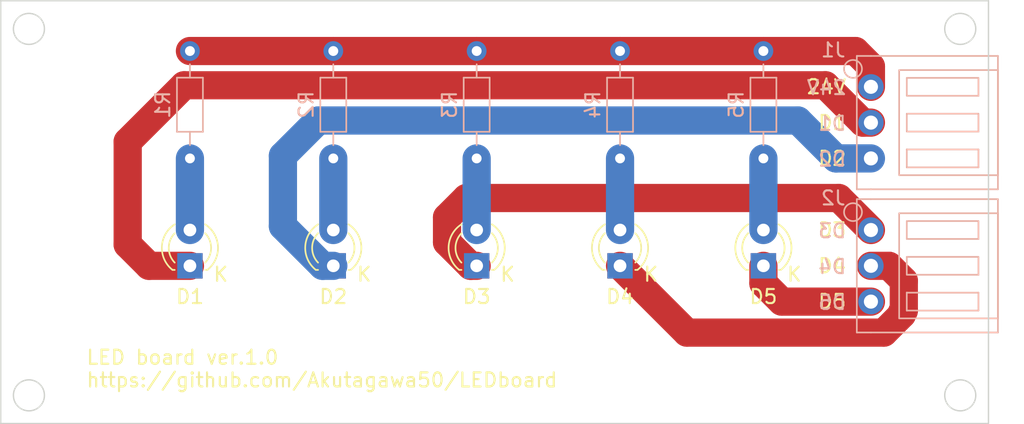
<source format=kicad_pcb>
(kicad_pcb (version 20221018) (generator pcbnew)
  (layers (0 "F.Cu" signal) (31 "B.Cu" signal) (34 "B.Paste" user) (35 "F.Paste" user) (36 "B.SilkS" user "B.Silkscreen") (37 "F.SilkS" user "F.Silkscreen") (38 "B.Mask" user) (39 "F.Mask" user) (44 "Edge.Cuts" user))
  (net 0 "")
  (net 1 "Net-(D1-K)")
  (net 2 "Net-(D1-A)")
  (net 3 "Net-(D2-K)")
  (net 4 "Net-(D2-A)")
  (net 5 "Net-(D3-K)")
  (net 6 "Net-(D3-A)")
  (net 7 "Net-(D4-K)")
  (net 8 "Net-(D4-A)")
  (net 9 "Net-(D5-K)")
  (net 10 "Net-(D5-A)")
  (net 11 "Net-(J1-Pin_1)")
  (footprint "LED_THT:LED_D3.0mm" (layer "F.Cu") (at 117.41 102.81 90)
    (fp_text reference "D1" (at -2.19 0 180) (layer "F.SilkS"))
    (fp_text value "LED")
    (fp_line (start -0.29 -1.236) (end -0.29 -1.08) (stroke (width 0.12)) (layer "F.SilkS"))
    (fp_line (start -0.29 1.08) (end -0.29 1.236) (stroke (width 0.12)) (layer "F.SilkS"))
    (fp_arc (start -0.29 -1.235516) (mid 1.366487 -1.987659) (end 2.942335 -1.078608) (stroke (width 0.12)) (layer "F.SilkS"))
    (fp_arc (start 0.229039 -1.08) (mid 1.270117 -1.5) (end 2.31113 -1.079837) (stroke (width 0.12)) (layer "F.SilkS"))
    (fp_arc (start 2.31113 1.079837) (mid 1.270117 1.5) (end 0.229039 1.08) (stroke (width 0.12)) (layer "F.SilkS"))
    (fp_arc (start 2.942335 1.078608) (mid 1.366487 1.987659) (end -0.29 1.235516) (stroke (width 0.12)) (layer "F.SilkS"))
    (pad "1" thru_hole rect locked (at 0 0 90) (size 1.8 1.8) (drill 0.9) (layers "*.Cu" "*.Mask") (net 1 "Net-(D1-K)"))
    (pad "2" thru_hole circle locked (at 2.54 0 90) (size 1.8 1.8) (drill 0.9) (layers "*.Cu" "*.Mask") (net 2 "Net-(D1-A)"))
  )
  (footprint "LED_THT:LED_D3.0mm" (layer "F.Cu") (at 158.05 102.81 90)
    (fp_text reference "D5" (at -2.19 0 180) (layer "F.SilkS"))
    (fp_text value "LED")
    (fp_line (start -0.29 -1.236) (end -0.29 -1.08) (stroke (width 0.12)) (layer "F.SilkS"))
    (fp_line (start -0.29 1.08) (end -0.29 1.236) (stroke (width 0.12)) (layer "F.SilkS"))
    (fp_arc (start -0.29 -1.235516) (mid 1.366487 -1.987659) (end 2.942335 -1.078608) (stroke (width 0.12)) (layer "F.SilkS"))
    (fp_arc (start 0.229039 -1.08) (mid 1.270117 -1.5) (end 2.31113 -1.079837) (stroke (width 0.12)) (layer "F.SilkS"))
    (fp_arc (start 2.31113 1.079837) (mid 1.270117 1.5) (end 0.229039 1.08) (stroke (width 0.12)) (layer "F.SilkS"))
    (fp_arc (start 2.942335 1.078608) (mid 1.366487 1.987659) (end -0.29 1.235516) (stroke (width 0.12)) (layer "F.SilkS"))
    (pad "1" thru_hole rect locked (at 0 0 90) (size 1.8 1.8) (drill 0.9) (layers "*.Cu" "*.Mask") (net 9 "Net-(D5-K)"))
    (pad "2" thru_hole circle locked (at 2.54 0 90) (size 1.8 1.8) (drill 0.9) (layers "*.Cu" "*.Mask") (net 10 "Net-(D5-A)"))
  )
  (footprint "LED_THT:LED_D3.0mm" (layer "F.Cu") (at 127.57 102.81 90)
    (fp_text reference "D2" (at -2.19 0 180) (layer "F.SilkS"))
    (fp_text value "LED")
    (fp_line (start -0.29 -1.236) (end -0.29 -1.08) (stroke (width 0.12)) (layer "F.SilkS"))
    (fp_line (start -0.29 1.08) (end -0.29 1.236) (stroke (width 0.12)) (layer "F.SilkS"))
    (fp_arc (start -0.29 -1.235516) (mid 1.366487 -1.987659) (end 2.942335 -1.078608) (stroke (width 0.12)) (layer "F.SilkS"))
    (fp_arc (start 0.229039 -1.08) (mid 1.270117 -1.5) (end 2.31113 -1.079837) (stroke (width 0.12)) (layer "F.SilkS"))
    (fp_arc (start 2.31113 1.079837) (mid 1.270117 1.5) (end 0.229039 1.08) (stroke (width 0.12)) (layer "F.SilkS"))
    (fp_arc (start 2.942335 1.078608) (mid 1.366487 1.987659) (end -0.29 1.235516) (stroke (width 0.12)) (layer "F.SilkS"))
    (pad "1" thru_hole rect locked (at 0 0 90) (size 1.8 1.8) (drill 0.9) (layers "*.Cu" "*.Mask") (net 3 "Net-(D2-K)"))
    (pad "2" thru_hole circle locked (at 2.54 0 90) (size 1.8 1.8) (drill 0.9) (layers "*.Cu" "*.Mask") (net 4 "Net-(D2-A)"))
  )
  (footprint "LED_THT:LED_D3.0mm" (layer "F.Cu") (at 137.73 102.81 90)
    (fp_text reference "D3" (at -2.19 0 180) (layer "F.SilkS"))
    (fp_text value "LED")
    (fp_line (start -0.29 -1.236) (end -0.29 -1.08) (stroke (width 0.12)) (layer "F.SilkS"))
    (fp_line (start -0.29 1.08) (end -0.29 1.236) (stroke (width 0.12)) (layer "F.SilkS"))
    (fp_arc (start -0.29 -1.235516) (mid 1.366487 -1.987659) (end 2.942335 -1.078608) (stroke (width 0.12)) (layer "F.SilkS"))
    (fp_arc (start 0.229039 -1.08) (mid 1.270117 -1.5) (end 2.31113 -1.079837) (stroke (width 0.12)) (layer "F.SilkS"))
    (fp_arc (start 2.31113 1.079837) (mid 1.270117 1.5) (end 0.229039 1.08) (stroke (width 0.12)) (layer "F.SilkS"))
    (fp_arc (start 2.942335 1.078608) (mid 1.366487 1.987659) (end -0.29 1.235516) (stroke (width 0.12)) (layer "F.SilkS"))
    (pad "1" thru_hole rect locked (at 0 0 90) (size 1.8 1.8) (drill 0.9) (layers "*.Cu" "*.Mask") (net 5 "Net-(D3-K)"))
    (pad "2" thru_hole circle locked (at 2.54 0 90) (size 1.8 1.8) (drill 0.9) (layers "*.Cu" "*.Mask") (net 6 "Net-(D3-A)"))
  )
  (footprint "LED_THT:LED_D3.0mm" (layer "F.Cu") (at 147.89 102.81 90)
    (fp_text reference "D4" (at -2.19 0 180) (layer "F.SilkS"))
    (fp_text value "LED")
    (fp_line (start -0.29 -1.236) (end -0.29 -1.08) (stroke (width 0.12)) (layer "F.SilkS"))
    (fp_line (start -0.29 1.08) (end -0.29 1.236) (stroke (width 0.12)) (layer "F.SilkS"))
    (fp_arc (start -0.29 -1.235516) (mid 1.366487 -1.987659) (end 2.942335 -1.078608) (stroke (width 0.12)) (layer "F.SilkS"))
    (fp_arc (start 0.229039 -1.08) (mid 1.270117 -1.5) (end 2.31113 -1.079837) (stroke (width 0.12)) (layer "F.SilkS"))
    (fp_arc (start 2.31113 1.079837) (mid 1.270117 1.5) (end 0.229039 1.08) (stroke (width 0.12)) (layer "F.SilkS"))
    (fp_arc (start 2.942335 1.078608) (mid 1.366487 1.987659) (end -0.29 1.235516) (stroke (width 0.12)) (layer "F.SilkS"))
    (pad "1" thru_hole rect locked (at 0 0 90) (size 1.8 1.8) (drill 0.9) (layers "*.Cu" "*.Mask") (net 7 "Net-(D4-K)"))
    (pad "2" thru_hole circle locked (at 2.54 0 90) (size 1.8 1.8) (drill 0.9) (layers "*.Cu" "*.Mask") (net 8 "Net-(D4-A)"))
  )
  (footprint "my_parts_lib:EuroBlock_receptacle_2.54_3p" (layer "B.Cu") (at 165.67 102.81 90)
    (fp_text reference "J2" (at 4.81 -2.67 unlocked) (layer "B.SilkS") (effects (justify mirror)))
    (fp_text value "Conn_01x03")
    (fp_line (start -4.73 -1) (end -4.73 0) (stroke (width 0.12)) (layer "B.SilkS"))
    (fp_line (start -4.73 0) (end -4.73 9) (stroke (width 0.12)) (layer "B.SilkS"))
    (fp_line (start -4.73 9) (end 4.73 9) (stroke (width 0.12)) (layer "B.SilkS"))
    (fp_line (start -3.175 2.54) (end -3.175 7.62) (stroke (width 0.12)) (layer "B.SilkS"))
    (fp_line (start -3.175 7.62) (end -1.905 7.62) (stroke (width 0.12)) (layer "B.SilkS"))
    (fp_line (start -1.905 2.54) (end -3.175 2.54) (stroke (width 0.12)) (layer "B.SilkS"))
    (fp_line (start -1.905 2.54) (end -1.905 2.54) (stroke (width 0.12)) (layer "B.SilkS"))
    (fp_line (start -1.905 7.62) (end -1.905 2.54) (stroke (width 0.12)) (layer "B.SilkS"))
    (fp_line (start 4.73 -1) (end -4.73 -1) (stroke (width 0.12)) (layer "B.SilkS"))
    (fp_line (start 4.73 -1) (end 4.73 0) (stroke (width 0.12)) (layer "B.SilkS"))
    (fp_line (start 4.73 9) (end 4.73 0) (stroke (width 0.12)) (layer "B.SilkS"))
    (fp_rect (start -3.73 9) (end 3.73 2) (stroke (width 0.12)) (fill none) (layer "B.SilkS"))
    (fp_rect (start -0.635 7.62) (end 0.635 2.54) (stroke (width 0.12)) (fill none) (layer "B.SilkS"))
    (fp_rect (start 1.905 7.62) (end 3.175 2.54) (stroke (width 0.12)) (fill none) (layer "B.SilkS"))
    (fp_circle (center 3.81 -1.27) (end 4.445 -1.27) (stroke (width 0.12)) (fill none) (layer "B.SilkS"))
    (pad "1" thru_hole circle locked (at 2.54 0 90) (size 1.8 1.8) (drill 1) (layers "*.Cu" "*.Mask") (net 5 "Net-(D3-K)"))
    (pad "2" thru_hole circle locked (at 0 0 90) (size 1.8 1.8) (drill 1) (layers "*.Cu" "*.Mask") (net 7 "Net-(D4-K)"))
    (pad "3" thru_hole circle locked (at -2.54 0 90) (size 1.8 1.8) (drill 1) (layers "*.Cu" "*.Mask") (net 9 "Net-(D5-K)"))
  )
  (footprint "Resistor_THT:R_Axial_DIN0204_L3.6mm_D1.6mm_P7.62mm_Horizontal" (layer "B.Cu") (at 147.89 87.57 -90)
    (fp_text reference "R4" (at 3.81 1.92 90) (layer "B.SilkS") (effects (justify mirror)))
    (fp_text value "2.2K")
    (fp_line (start 0.94 0) (end 1.89 0) (stroke (width 0.12)) (layer "B.SilkS"))
    (fp_line (start 1.89 -0.92) (end 5.73 -0.92) (stroke (width 0.12)) (layer "B.SilkS"))
    (fp_line (start 1.89 0.92) (end 1.89 -0.92) (stroke (width 0.12)) (layer "B.SilkS"))
    (fp_line (start 5.73 -0.92) (end 5.73 0.92) (stroke (width 0.12)) (layer "B.SilkS"))
    (fp_line (start 5.73 0.92) (end 1.89 0.92) (stroke (width 0.12)) (layer "B.SilkS"))
    (fp_line (start 6.68 0) (end 5.73 0) (stroke (width 0.12)) (layer "B.SilkS"))
    (pad "1" thru_hole circle locked (at 0 0 270) (size 1.4 1.4) (drill 0.7) (layers "*.Cu" "*.Mask") (net 11 "Net-(J1-Pin_1)"))
    (pad "2" thru_hole oval locked (at 7.62 0 270) (size 1.4 1.4) (drill 0.7) (layers "*.Cu" "*.Mask") (net 8 "Net-(D4-A)"))
  )
  (footprint "Resistor_THT:R_Axial_DIN0204_L3.6mm_D1.6mm_P7.62mm_Horizontal" (layer "B.Cu") (at 127.57 87.57 -90)
    (fp_text reference "R2" (at 3.81 1.92 90) (layer "B.SilkS") (effects (justify mirror)))
    (fp_text value "2.2K")
    (fp_line (start 0.94 0) (end 1.89 0) (stroke (width 0.12)) (layer "B.SilkS"))
    (fp_line (start 1.89 -0.92) (end 5.73 -0.92) (stroke (width 0.12)) (layer "B.SilkS"))
    (fp_line (start 1.89 0.92) (end 1.89 -0.92) (stroke (width 0.12)) (layer "B.SilkS"))
    (fp_line (start 5.73 -0.92) (end 5.73 0.92) (stroke (width 0.12)) (layer "B.SilkS"))
    (fp_line (start 5.73 0.92) (end 1.89 0.92) (stroke (width 0.12)) (layer "B.SilkS"))
    (fp_line (start 6.68 0) (end 5.73 0) (stroke (width 0.12)) (layer "B.SilkS"))
    (pad "1" thru_hole circle locked (at 0 0 270) (size 1.4 1.4) (drill 0.7) (layers "*.Cu" "*.Mask") (net 11 "Net-(J1-Pin_1)"))
    (pad "2" thru_hole oval locked (at 7.62 0 270) (size 1.4 1.4) (drill 0.7) (layers "*.Cu" "*.Mask") (net 4 "Net-(D2-A)"))
  )
  (footprint "Resistor_THT:R_Axial_DIN0204_L3.6mm_D1.6mm_P7.62mm_Horizontal" (layer "B.Cu") (at 158.05 87.57 -90)
    (fp_text reference "R5" (at 3.81 1.92 90) (layer "B.SilkS") (effects (justify mirror)))
    (fp_text value "2.2K")
    (fp_line (start 0.94 0) (end 1.89 0) (stroke (width 0.12)) (layer "B.SilkS"))
    (fp_line (start 1.89 -0.92) (end 5.73 -0.92) (stroke (width 0.12)) (layer "B.SilkS"))
    (fp_line (start 1.89 0.92) (end 1.89 -0.92) (stroke (width 0.12)) (layer "B.SilkS"))
    (fp_line (start 5.73 -0.92) (end 5.73 0.92) (stroke (width 0.12)) (layer "B.SilkS"))
    (fp_line (start 5.73 0.92) (end 1.89 0.92) (stroke (width 0.12)) (layer "B.SilkS"))
    (fp_line (start 6.68 0) (end 5.73 0) (stroke (width 0.12)) (layer "B.SilkS"))
    (pad "1" thru_hole circle locked (at 0 0 270) (size 1.4 1.4) (drill 0.7) (layers "*.Cu" "*.Mask") (net 11 "Net-(J1-Pin_1)"))
    (pad "2" thru_hole oval locked (at 7.62 0 270) (size 1.4 1.4) (drill 0.7) (layers "*.Cu" "*.Mask") (net 10 "Net-(D5-A)"))
  )
  (footprint "Resistor_THT:R_Axial_DIN0204_L3.6mm_D1.6mm_P7.62mm_Horizontal" (layer "B.Cu") (at 117.41 87.57 -90)
    (fp_text reference "R1" (at 3.81 1.92 90) (layer "B.SilkS") (effects (justify mirror)))
    (fp_text value "2.2K")
    (fp_line (start 0.94 0) (end 1.89 0) (stroke (width 0.12)) (layer "B.SilkS"))
    (fp_line (start 1.89 -0.92) (end 5.73 -0.92) (stroke (width 0.12)) (layer "B.SilkS"))
    (fp_line (start 1.89 0.92) (end 1.89 -0.92) (stroke (width 0.12)) (layer "B.SilkS"))
    (fp_line (start 5.73 -0.92) (end 5.73 0.92) (stroke (width 0.12)) (layer "B.SilkS"))
    (fp_line (start 5.73 0.92) (end 1.89 0.92) (stroke (width 0.12)) (layer "B.SilkS"))
    (fp_line (start 6.68 0) (end 5.73 0) (stroke (width 0.12)) (layer "B.SilkS"))
    (pad "1" thru_hole circle locked (at 0 0 270) (size 1.4 1.4) (drill 0.7) (layers "*.Cu" "*.Mask") (net 11 "Net-(J1-Pin_1)"))
    (pad "2" thru_hole oval locked (at 7.62 0 270) (size 1.4 1.4) (drill 0.7) (layers "*.Cu" "*.Mask") (net 2 "Net-(D1-A)"))
  )
  (footprint "Resistor_THT:R_Axial_DIN0204_L3.6mm_D1.6mm_P7.62mm_Horizontal" (layer "B.Cu") (at 137.73 87.57 -90)
    (fp_text reference "R3" (at 3.81 1.92 90) (layer "B.SilkS") (effects (justify mirror)))
    (fp_text value "2.2K")
    (fp_line (start 0.94 0) (end 1.89 0) (stroke (width 0.12)) (layer "B.SilkS"))
    (fp_line (start 1.89 -0.92) (end 5.73 -0.92) (stroke (width 0.12)) (layer "B.SilkS"))
    (fp_line (start 1.89 0.92) (end 1.89 -0.92) (stroke (width 0.12)) (layer "B.SilkS"))
    (fp_line (start 5.73 -0.92) (end 5.73 0.92) (stroke (width 0.12)) (layer "B.SilkS"))
    (fp_line (start 5.73 0.92) (end 1.89 0.92) (stroke (width 0.12)) (layer "B.SilkS"))
    (fp_line (start 6.68 0) (end 5.73 0) (stroke (width 0.12)) (layer "B.SilkS"))
    (pad "1" thru_hole circle locked (at 0 0 270) (size 1.4 1.4) (drill 0.7) (layers "*.Cu" "*.Mask") (net 11 "Net-(J1-Pin_1)"))
    (pad "2" thru_hole oval locked (at 7.62 0 270) (size 1.4 1.4) (drill 0.7) (layers "*.Cu" "*.Mask") (net 6 "Net-(D3-A)"))
  )
  (footprint "my_parts_lib:EuroBlock_receptacle_2.54_3p" (layer "B.Cu") (at 165.67 92.65 90)
    (fp_text reference "J1" (at 5.15 -2.67 unlocked) (layer "B.SilkS") (effects (justify mirror)))
    (fp_text value "Conn_01x03")
    (fp_line (start -4.73 -1) (end -4.73 0) (stroke (width 0.12)) (layer "B.SilkS"))
    (fp_line (start -4.73 0) (end -4.73 9) (stroke (width 0.12)) (layer "B.SilkS"))
    (fp_line (start -4.73 9) (end 4.73 9) (stroke (width 0.12)) (layer "B.SilkS"))
    (fp_line (start -3.175 2.54) (end -3.175 7.62) (stroke (width 0.12)) (layer "B.SilkS"))
    (fp_line (start -3.175 7.62) (end -1.905 7.62) (stroke (width 0.12)) (layer "B.SilkS"))
    (fp_line (start -1.905 2.54) (end -3.175 2.54) (stroke (width 0.12)) (layer "B.SilkS"))
    (fp_line (start -1.905 2.54) (end -1.905 2.54) (stroke (width 0.12)) (layer "B.SilkS"))
    (fp_line (start -1.905 7.62) (end -1.905 2.54) (stroke (width 0.12)) (layer "B.SilkS"))
    (fp_line (start 4.73 -1) (end -4.73 -1) (stroke (width 0.12)) (layer "B.SilkS"))
    (fp_line (start 4.73 -1) (end 4.73 0) (stroke (width 0.12)) (layer "B.SilkS"))
    (fp_line (start 4.73 9) (end 4.73 0) (stroke (width 0.12)) (layer "B.SilkS"))
    (fp_rect (start -3.73 9) (end 3.73 2) (stroke (width 0.12)) (fill none) (layer "B.SilkS"))
    (fp_rect (start -0.635 7.62) (end 0.635 2.54) (stroke (width 0.12)) (fill none) (layer "B.SilkS"))
    (fp_rect (start 1.905 7.62) (end 3.175 2.54) (stroke (width 0.12)) (fill none) (layer "B.SilkS"))
    (fp_circle (center 3.81 -1.27) (end 4.445 -1.27) (stroke (width 0.12)) (fill none) (layer "B.SilkS"))
    (pad "1" thru_hole circle locked (at 2.54 0 90) (size 1.8 1.8) (drill 1) (layers "*.Cu" "*.Mask") (net 11 "Net-(J1-Pin_1)"))
    (pad "2" thru_hole circle locked (at 0 0 90) (size 1.8 1.8) (drill 1) (layers "*.Cu" "*.Mask") (net 1 "Net-(D1-K)"))
    (pad "3" thru_hole circle locked (at -2.54 0 90) (size 1.8 1.8) (drill 1) (layers "*.Cu" "*.Mask") (net 3 "Net-(D2-K)"))
  )
  (gr_rect locked (start 104 84) (end 174 114) (stroke (width 0.1)) (fill none) (layer "Edge.Cuts"))
  (gr_circle locked (center 106 86) (end 107.1 86) (stroke (width 0.1)) (fill none) (layer "Edge.Cuts"))
  (gr_circle locked (center 172 112) (end 173.1 112) (stroke (width 0.1)) (fill none) (layer "Edge.Cuts"))
  (gr_circle locked (center 172 86) (end 173.1 86) (stroke (width 0.1)) (fill none) (layer "Edge.Cuts"))
  (gr_circle locked (center 106 112) (end 107.1 112) (stroke (width 0.1)) (fill none) (layer "Edge.Cuts"))
  (gr_text "D5" (at 164 105.41) (layer "B.SilkS") (effects (font (size 1 1)) (justify left mirror)))
  (gr_text "24V" (at 164 90.17) (layer "B.SilkS") (effects (font (size 1 1)) (justify left mirror)))
  (gr_text "D1" (at 164 92.71) (layer "B.SilkS") (effects (font (size 1 1)) (justify left mirror)))
  (gr_text "D3" (at 164 100.33) (layer "B.SilkS") (effects (font (size 1 1)) (justify left mirror)))
  (gr_text "D4" (at 164 102.87) (layer "B.SilkS") (effects (font (size 1 1)) (justify left mirror)))
  (gr_text "D2\n" (at 164 95.25) (layer "B.SilkS") (effects (font (size 1 1)) (justify left mirror)))
  (gr_text "K" (at 119 104) (layer "F.SilkS") (effects (font (size 1 1)) (justify left bottom)))
  (gr_text "K" (at 149.48 104) (layer "F.SilkS") (effects (font (size 1 1)) (justify left bottom)))
  (gr_text "D1" (at 164 92.65) (layer "F.SilkS") (effects (font (size 1 1)) (justify right)))
  (gr_text "D4" (at 164 102.81) (layer "F.SilkS") (effects (font (size 1 1)) (justify right)))
  (gr_text "D5" (at 164 105.35) (layer "F.SilkS") (effects (font (size 1 1)) (justify right)))
  (gr_text "24V" (at 164 90.11) (layer "F.SilkS") (effects (font (size 1 1)) (justify right)))
  (gr_text "D2\n" (at 164 95.19) (layer "F.SilkS") (effects (font (size 1 1)) (justify right)))
  (gr_text "K" (at 129.16 104) (layer "F.SilkS") (effects (font (size 1 1)) (justify left bottom)))
  (gr_text "K" (at 159.64 104) (layer "F.SilkS") (effects (font (size 1 1)) (justify left bottom)))
  (gr_text "D3" (at 164 100.27) (layer "F.SilkS") (effects (font (size 1 1)) (justify right)))
  (gr_text "K" (at 139.32 104) (layer "F.SilkS") (effects (font (size 1 1)) (justify left bottom)))
  (gr_text "LED board ver.1.0\nhttps://github.com/Akutagawa50/LEDboard" (at 110 111.5) (layer "F.SilkS") (effects (font (size 1 1)) (justify left bottom)))
  (segment (start 165.09873 92.65) (end 162.44873 90) (width 2) (layer "F.Cu") (net 1))
  (segment (start 162.44873 90) (end 117 90) (width 2) (layer "F.Cu") (net 1))
  (segment (start 165.67 92.65) (end 165.09873 92.65) (width 2) (layer "F.Cu") (net 1))
  (segment (start 117 90) (end 113 94) (width 2) (layer "F.Cu") (net 1))
  (segment (start 113 94) (end 113 101.3) (width 2) (layer "F.Cu") (net 1))
  (segment (start 114.51 102.81) (end 117.41 102.81) (width 2) (layer "F.Cu") (net 1))
  (segment (start 113 101.3) (end 114.51 102.81) (width 2) (layer "F.Cu") (net 1))
  (segment (start 117.41 95.19) (end 117.41 100.27) (width 2) (layer "B.Cu") (net 2))
  (segment (start 126.5 92.5) (end 124 95) (width 2) (layer "B.Cu") (net 3))
  (segment (start 124 95) (end 124 100) (width 2) (layer "B.Cu") (net 3))
  (segment (start 126.81 102.81) (end 127.57 102.81) (width 2) (layer "B.Cu") (net 3))
  (segment (start 160.5 92.5) (end 126.5 92.5) (width 2) (layer "B.Cu") (net 3))
  (segment (start 124 100) (end 126.81 102.81) (width 2) (layer "B.Cu") (net 3))
  (segment (start 163.19 95.19) (end 160.5 92.5) (width 2) (layer "B.Cu") (net 3))
  (segment (start 165.67 95.19) (end 163.19 95.19) (width 2) (layer "B.Cu") (net 3))
  (segment (start 127.57 95.19) (end 127.57 100.27) (width 2) (layer "B.Cu") (net 4))
  (segment (start 163.4 98) (end 137 98) (width 2) (layer "F.Cu") (net 5))
  (segment (start 137.300151 102.81) (end 137.73 102.81) (width 2) (layer "F.Cu") (net 5))
  (segment (start 137 98) (end 135.63 99.37) (width 2) (layer "F.Cu") (net 5))
  (segment (start 135.63 99.37) (end 135.63 101.139849) (width 2) (layer "F.Cu") (net 5))
  (segment (start 165.67 100.27) (end 163.4 98) (width 2) (layer "F.Cu") (net 5))
  (segment (start 135.63 101.139849) (end 137.300151 102.81) (width 2) (layer "F.Cu") (net 5))
  (segment (start 137.73 95.19) (end 137.73 100.27) (width 2) (layer "B.Cu") (net 6))
  (segment (start 165.67 102.81) (end 166.942792 102.81) (width 2) (layer "F.Cu") (net 7))
  (segment (start 167.87 106.26127) (end 166.58127 107.55) (width 2) (layer "F.Cu") (net 7))
  (segment (start 168 103.867208) (end 168 105.989849) (width 2) (layer "F.Cu") (net 7))
  (segment (start 152.63 107.55) (end 147.89 102.81) (width 2) (layer "F.Cu") (net 7))
  (segment (start 166.942792 102.81) (end 168 103.867208) (width 2) (layer "F.Cu") (net 7))
  (segment (start 168 105.989849) (end 167.87 106.119849) (width 2) (layer "F.Cu") (net 7))
  (segment (start 167.87 106.119849) (end 167.87 106.26127) (width 2) (layer "F.Cu") (net 7))
  (segment (start 166.58127 107.55) (end 152.63 107.55) (width 2) (layer "F.Cu") (net 7))
  (segment (start 147.89 95.19) (end 147.89 100.27) (width 2) (layer "B.Cu") (net 8))
  (segment (start 158.05 102.81) (end 158.05 104.05) (width 2) (layer "F.Cu") (net 9))
  (segment (start 159.35 105.35) (end 165.67 105.35) (width 2) (layer "F.Cu") (net 9))
  (segment (start 158.05 104.05) (end 159.35 105.35) (width 2) (layer "F.Cu") (net 9))
  (segment (start 158.05 95.19) (end 158.05 100.27) (width 2) (layer "B.Cu") (net 10))
  (segment (start 165.67 90.11) (end 165.67 88.67) (width 2) (layer "F.Cu") (net 11))
  (segment (start 158.05 87.57) (end 147.89 87.57) (width 2) (layer "F.Cu") (net 11))
  (segment (start 127.57 87.57) (end 117.41 87.57) (width 2) (layer "F.Cu") (net 11))
  (segment (start 165.67 88.67) (end 164.57 87.57) (width 2) (layer "F.Cu") (net 11))
  (segment (start 147.89 87.57) (end 137.73 87.57) (width 2) (layer "F.Cu") (net 11))
  (segment (start 164.57 87.57) (end 158.05 87.57) (width 2) (layer "F.Cu") (net 11))
  (segment (start 137.73 87.57) (end 127.57 87.57) (width 2) (layer "F.Cu") (net 11))
)
</source>
